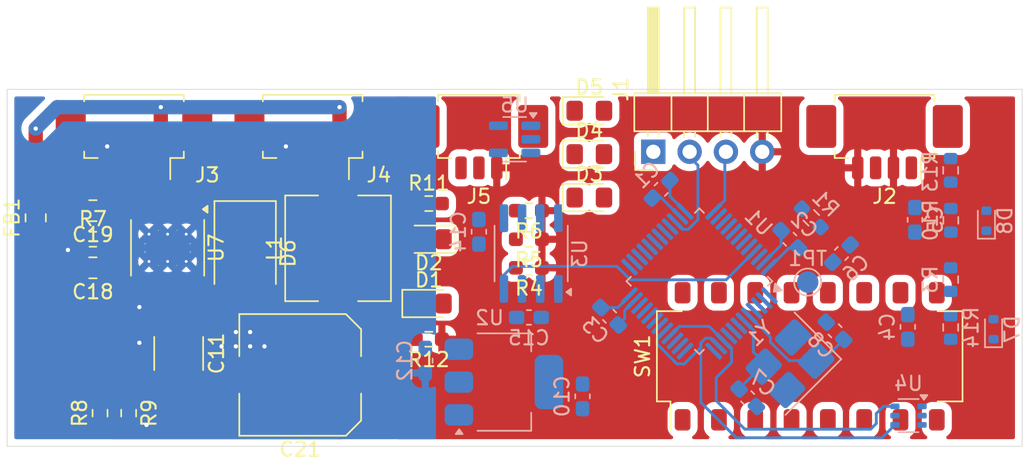
<source format=kicad_pcb>
(kicad_pcb
	(version 20241229)
	(generator "pcbnew")
	(generator_version "9.0")
	(general
		(thickness 1.6)
		(legacy_teardrops no)
	)
	(paper "A4")
	(layers
		(0 "F.Cu" signal)
		(2 "B.Cu" signal)
		(9 "F.Adhes" user "F.Adhesive")
		(11 "B.Adhes" user "B.Adhesive")
		(13 "F.Paste" user)
		(15 "B.Paste" user)
		(5 "F.SilkS" user "F.Silkscreen")
		(7 "B.SilkS" user "B.Silkscreen")
		(1 "F.Mask" user)
		(3 "B.Mask" user)
		(17 "Dwgs.User" user "User.Drawings")
		(19 "Cmts.User" user "User.Comments")
		(21 "Eco1.User" user "User.Eco1")
		(23 "Eco2.User" user "User.Eco2")
		(25 "Edge.Cuts" user)
		(27 "Margin" user)
		(31 "F.CrtYd" user "F.Courtyard")
		(29 "B.CrtYd" user "B.Courtyard")
		(35 "F.Fab" user)
		(33 "B.Fab" user)
		(39 "User.1" user)
		(41 "User.2" user)
		(43 "User.3" user)
		(45 "User.4" user)
	)
	(setup
		(pad_to_mask_clearance 0)
		(allow_soldermask_bridges_in_footprints no)
		(tenting front back)
		(pcbplotparams
			(layerselection 0x00000000_00000000_55555555_5755f5ff)
			(plot_on_all_layers_selection 0x00000000_00000000_00000000_00000000)
			(disableapertmacros no)
			(usegerberextensions no)
			(usegerberattributes yes)
			(usegerberadvancedattributes yes)
			(creategerberjobfile yes)
			(dashed_line_dash_ratio 12.000000)
			(dashed_line_gap_ratio 3.000000)
			(svgprecision 4)
			(plotframeref no)
			(mode 1)
			(useauxorigin no)
			(hpglpennumber 1)
			(hpglpenspeed 20)
			(hpglpendiameter 15.000000)
			(pdf_front_fp_property_popups yes)
			(pdf_back_fp_property_popups yes)
			(pdf_metadata yes)
			(pdf_single_document no)
			(dxfpolygonmode yes)
			(dxfimperialunits yes)
			(dxfusepcbnewfont yes)
			(psnegative no)
			(psa4output no)
			(plot_black_and_white yes)
			(sketchpadsonfab no)
			(plotpadnumbers no)
			(hidednponfab no)
			(sketchdnponfab yes)
			(crossoutdnponfab yes)
			(subtractmaskfromsilk no)
			(outputformat 1)
			(mirror no)
			(drillshape 1)
			(scaleselection 1)
			(outputdirectory "")
		)
	)
	(net 0 "")
	(net 1 "GND")
	(net 2 "+3.3V")
	(net 3 "/NRST")
	(net 4 "/OSC_OUT")
	(net 5 "/OSC_IN")
	(net 6 "Net-(U2-VI)")
	(net 7 "V_IN")
	(net 8 "+5V")
	(net 9 "Net-(U7-COMP)")
	(net 10 "Net-(C19-Pad2)")
	(net 11 "/STATUS_LED1")
	(net 12 "/STATUS_LED1_K")
	(net 13 "/STATUS_LED2")
	(net 14 "/STATUS_LED2_K")
	(net 15 "/STATUS_LED3")
	(net 16 "/STATUS_LED3_K")
	(net 17 "/Reg3.3Sw")
	(net 18 "/SWDIO")
	(net 19 "/SWCLK")
	(net 20 "Net-(U3-VDD)")
	(net 21 "unconnected-(U1-PB10-Pad21)")
	(net 22 "/CAN+")
	(net 23 "/CAN-")
	(net 24 "Net-(J5-Pin_2)")
	(net 25 "/BOOT0")
	(net 26 "Net-(U7-FB)")
	(net 27 "/CFG6")
	(net 28 "/CFG2")
	(net 29 "/CFG7")
	(net 30 "/CFG1")
	(net 31 "/CFG5")
	(net 32 "/CFG4")
	(net 33 "/CFG3")
	(net 34 "/CFG0")
	(net 35 "/BUTTON_CONTACT_2")
	(net 36 "unconnected-(U1-PB13-Pad26)")
	(net 37 "/LED_DATA")
	(net 38 "/BUTTON_CONTACT_1")
	(net 39 "unconnected-(U1-PA4-Pad14)")
	(net 40 "unconnected-(U1-PA15-Pad38)")
	(net 41 "unconnected-(U1-PA2-Pad12)")
	(net 42 "unconnected-(U1-PB12-Pad25)")
	(net 43 "unconnected-(U1-PB14-Pad27)")
	(net 44 "unconnected-(U1-PA11-Pad32)")
	(net 45 "/CAN_TX")
	(net 46 "unconnected-(U1-PA12-Pad33)")
	(net 47 "unconnected-(U1-PA9-Pad30)")
	(net 48 "unconnected-(U1-PA3-Pad13)")
	(net 49 "unconnected-(U1-PB11-Pad22)")
	(net 50 "unconnected-(U1-PB15-Pad28)")
	(net 51 "unconnected-(U1-PA10-Pad31)")
	(net 52 "unconnected-(U1-PA5-Pad15)")
	(net 53 "/CAN_RX")
	(net 54 "unconnected-(U5-NC-Pad1)")
	(net 55 "unconnected-(U7-VREF-Pad6)")
	(net 56 "unconnected-(U7-SYNC-Pad2)")
	(net 57 "/PWR_LED_3.3_K")
	(net 58 "/PWR_LED_5_K")
	(net 59 "/V_BUS")
	(net 60 "Net-(D7-K)")
	(net 61 "Net-(D8-A)")
	(net 62 "Net-(D8-K)")
	(net 63 "Net-(D7-A)")
	(footprint "Resistor_SMD:R_0603_1608Metric_Pad0.98x0.95mm_HandSolder" (layer "F.Cu") (at 61.5 35.5 180))
	(footprint "Capacitor_SMD:C_1812_4532Metric_Pad1.57x3.40mm_HandSolder" (layer "F.Cu") (at 36.999999 43.499999 -90))
	(footprint "Connector_Molex:Molex_PicoBlade_53261-0471_1x04-1MP_P1.25mm_Horizontal" (layer "F.Cu") (at 86.375 28.1 180))
	(footprint "LED_SMD:LED_0805_2012Metric_Pad1.15x1.40mm_HandSolder" (layer "F.Cu") (at 54.5 40))
	(footprint "Resistor_SMD:R_0603_1608Metric" (layer "F.Cu") (at 33.5 47.675 -90))
	(footprint "Resistor_SMD:R_0603_1608Metric" (layer "F.Cu") (at 31.5 47.675 90))
	(footprint "LED_SMD:LED_0805_2012Metric_Pad1.15x1.40mm_HandSolder" (layer "F.Cu") (at 65.725001 26.5))
	(footprint "Capacitor_SMD:C_0805_2012Metric_Pad1.18x1.45mm_HandSolder" (layer "F.Cu") (at 31 37.5 180))
	(footprint "Diode_SMD:D_SMB" (layer "F.Cu") (at 41.649999 36.484997 -90))
	(footprint "Package_SO:HSOP-8-1EP_3.9x4.9mm_P1.27mm_EP2.41x3.1mm_ThermalVias" (layer "F.Cu") (at 36.224999 36.099999 -90))
	(footprint "Resistor_SMD:R_0603_1608Metric_Pad0.98x0.95mm_HandSolder" (layer "F.Cu") (at 61.5 37.5 180))
	(footprint "LED_SMD:LED_0805_2012Metric_Pad1.15x1.40mm_HandSolder" (layer "F.Cu") (at 65.725002 29.540001))
	(footprint "Connector_Molex:Molex_PicoBlade_53261-0471_1x04-1MP_P1.25mm_Horizontal" (layer "F.Cu") (at 33.875 28.1 180))
	(footprint "Connector_Molex:Molex_PicoBlade_53261-0371_1x03-1MP_P1.25mm_Horizontal" (layer "F.Cu") (at 58 28.1 180))
	(footprint "Resistor_SMD:R_0603_1608Metric_Pad0.98x0.95mm_HandSolder" (layer "F.Cu") (at 61.5 33.5 180))
	(footprint "Inductor_SMD:L_7.3x7.3_H3.5" (layer "F.Cu") (at 48.15 36.134998 90))
	(footprint "Connector_PinHeader_2.54mm:PinHeader_1x04_P2.54mm_Horizontal" (layer "F.Cu") (at 70.2 29.375 90))
	(footprint "Resistor_SMD:R_0603_1608Metric_Pad0.98x0.95mm_HandSolder" (layer "F.Cu") (at 54.5 33))
	(footprint "Resistor_SMD:R_0603_1608Metric" (layer "F.Cu") (at 31 35.5))
	(footprint "Connector_Molex:Molex_PicoBlade_53261-0471_1x04-1MP_P1.25mm_Horizontal" (layer "F.Cu") (at 46.375 28.1 180))
	(footprint "Capacitor_SMD:C_Elec_8x10.2" (layer "F.Cu") (at 45.5 45 180))
	(footprint "Button_Switch_SMD:SW_DIP_SPSTx08_Slide_Omron_A6S-810x_W8.9mm_P2.54mm" (layer "F.Cu") (at 81.14 43.695 90))
	(footprint "Inductor_SMD:L_0805_2012Metric_Pad1.15x1.40mm_HandSolder" (layer "F.Cu") (at 27 34 90))
	(footprint "Capacitor_SMD:C_0805_2012Metric_Pad1.18x1.45mm_HandSolder" (layer "F.Cu") (at 31 33.5 180))
	(footprint "Resistor_SMD:R_0603_1608Metric_Pad0.98x0.95mm_HandSolder" (layer "F.Cu") (at 54.5 42.5 180))
	(footprint "LED_SMD:LED_0805_2012Metric_Pad1.15x1.40mm_HandSolder" (layer "F.Cu") (at 65.725002 32.58))
	(footprint "LED_SMD:LED_0805_2012Metric_Pad1.15x1.40mm_HandSolder" (layer "F.Cu") (at 54.5 35.5 180))
	(footprint "Resistor_SMD:R_0603_1608Metric" (layer "B.Cu") (at 91 38.325 -90))
	(footprint "Resistor_SMD:R_0603_1608Metric" (layer "B.Cu") (at 91 41.675 90))
	(footprint "Capacitor_SMD:C_0603_1608Metric_Pad1.08x0.95mm_HandSolder" (layer "B.Cu") (at 88.5 34.1375 90))
	(footprint "Capacitor_SMD:C_0603_1608Metric_Pad1.08x0.95mm_HandSolder" (layer "B.Cu") (at 83.3625 36.5 45))
	(footprint "Capacitor_SMD:C_0603_1608Metric_Pad1.08x0.95mm_HandSolder" (layer "B.Cu") (at 82.911522 41.912132 -45))
	(footprint "Capacitor_SMD:C_0603_1608Metric_Pad1.08x0.95mm_HandSolder" (layer "B.Cu") (at 58 34.975 -90))
	(footprint "Resistor_SMD:R_0603_1608Metric" (layer "B.Cu") (at 91 30.675 -90))
	(footprint "Diode_SMD:D_SOD-523"
		(layer "B.Cu")
		(uuid "38257f32-0173-4799-8e89-f4eec13c981f")
		(at 94 41.8 90)
		(descr "http://www.diodes.com/datasheets/ap02001.pdf p.144")
		(tags "Diode SOD523")
		(property "Reference" "D7"
			(at 0 1.3 90)
			(layer "B.SilkS")
			(uuid "cacee014-abb4-4474-a504-63ad88ad1b30")
			(effects
				(font
					(size 1 1)
					(thickness 0.15)
				)
				(justify mirror)
			)
		)
		(property "Value" "D"
			(at 0 -1.4 90)
			(layer "B.Fab")
			(uuid "e7d87df3-ba04-42b2-9cc9-c307c2032c09")
			(effects
				(font
					(size 1 1)
					(thickness 0.15)
				)
				(justify mirror)
			)
		)
		(property "Datasheet" ""
			(at 0 0 270)
			(unlocked yes)
			(layer "B.Fab")
			(hide yes)
			(uuid "7e0c2924-d41e-402d-a774-bf7de9e81357")
			(effects
				(font
					(size 1.27 1.27)
					(thickness 0.15)
				)
				(justify mirror)
			)
		)
		(property "Description" "Diode"
			(at 0 0 270)
			(unlocked yes)
			(layer "B.Fab")
			(hide yes)
			(uuid "83371f26-f683-474f-b59e-a62d35b24508")
			(effects
				(font
					(size 1.27 1.27)
					(thickness 0.15)
				)
				(justify mirror)
			)
		)
		(property "Sim.Device" "D"
			(at 0 0 270)
			(unlocked yes)
			(layer "B.Fab")
			(hide yes)
			(uuid "6aaf507e-eeb7-4021-a023-ef091d76b1fc")
			(effects
				(font
					(size 1 1)
					(thickness 0.15)
				)
				(justify mirror)
			)
		)
		(property "Sim.Pins" "1=K 2=A"
			(at 0 0 270)
			(unlocked yes)
			(layer "B.Fab")
			(hide yes)
			(uuid "7446b67f-0a42-458a-859e-2700e67ba58b")
			(effects
				(font
					(size 1 1)
					(thickness 0.15)
				)
				(justify mirror)
			)
		)
		(property ki_fp_filters "TO-???* *_Diode_* *SingleDiode* D_*")
		(path "/1050bb01-d078-48be-bdd1-ba8ca40867f3")
		(sheetname "/")
		(sheetfile "buzzer_pcb.kicad_sch")
		(attr smd)
		(fp_line
			(start 0.7 -0.6)
			(end -1.26 -0.6)
			(stroke
				(width 0.12)
				(type solid)
			)
			(layer "B.SilkS")
			(uuid "5c7ce1ed-bec0-4f12-9258-4ffdbe0d590d")
		)
		(fp_line
			(start 0.7 0.6)
			(end -1.26 0.6)
			(stroke
				(width 0.12)
				(type solid)
			)
			(layer "B.SilkS")
			(uuid "f54cb172-048c-4c8f-ac47-977fd8cbdc64")
		)
		(fp_line
			(start -1.26 0.6)
			(end -1.26 -0.6)
			(stroke
				(width 0.12)
				(type solid)
			)
			(layer "B.SilkS")
			(uuid "ff99a3d7-8b67-4359-bc85-0f8c80d912f6")
		)
		(fp_line
			(start 1.25 -0.7)
			(end -1.25 -0.7)
			(stroke
				(width 0.05)
				(type solid)
			)
			(layer "B.CrtYd")
			(uuid "df2f5f58-21b1-4dfd-98a0-4fd40d70fa7d")
		)
		(fp_line
			(start -1.25 -0.7)
			(end -1.25 0.7)
			(stroke
				(width 0.05)
				(type solid)
			)
			(layer "B.CrtYd")
			(uuid "b865f2de-7948-45bb-95b5-0d2e014131dc")
		)
		(fp_line
			(start 1.25 0.7)
			(end 1.25 -0.7)
			(stroke
				(width 0.05)
				(type solid)
			)
			(layer "B.CrtYd")
			(uuid "dc2526dd-e958-4109-ad1a-1eaa4761161f")
		)
		(fp_line
			(start -1.25 0.7)
			(end 1.25 0.7)
			(stroke
				(width 0.05)
				(type solid)
			)
			(layer "B.CrtYd")
			(uuid "00ad606e-eb2c-42b6-a7b8-0d266439bb73")
		)
		(fp_line
			(start 0.65 -0.45)
			(end -0.65 -0.45)
			(stroke
				(width 0.1)
				(type solid)
			)
			(layer "B.Fab")
			(uuid "5f517c59-e1a3-4076-af8c-3c57c2286da3")
		)
		(fp_line
			(start -0.65 -0.45)
			(end -0.65 0.45)
			(stroke
				(width 0.1)
				(type solid)
			)
			(layer "B.Fab")
			(uuid "1779408e-2a2c-4e42-a150-5de9abae2ce3")
		)
		(fp_line
			(start 0.1 -0.2)
			(end 0.1 0.2)
			(stroke
				(width 0.1)
				(type solid)
			)
			(layer "B.Fab")
			(uuid "0a2327ac-1305-427b-975c-fcaeb9512d30")
		)
		(fp_line
			(start -0.2 -0.2)
			(end -0.2 0.2)
			(stroke
				(width 0.1)
				(type solid)
			)
			(layer "B.Fab")
			(uuid "836cc810-d19d-4c1a-b5cd-631ffd7237ea")
		)
		(fp_line
			(start 0.1 0)
			(end 0.25 0)
			(stroke
				(width 0.1)
				(type solid)
			)
			(layer "B.Fab")
			(uuid "eb886c28-1a78-42d8-99bc-26a123c985c7")
		)
		(fp_line
			(start -0.2 0)
			(end 0.1 -0.2)
			(stroke
				(width 0.1)
				(type solid)
			)
			(layer "B.Fab")
			(uuid "b941c92e-c60c-47f6-bd19-6eb9257b15ca")
		)
		(fp_line
			(start -0.2 0)
			(end -0.35 0)
			(stroke
				(width 0.1)
				(type solid)
			)
			(layer "B.Fab")
			(uuid "743922d0-2096-4ddd-b794-a0794a368690")
		)
		(fp_line
			(start 0.1 0.2)
			(end -0.2 0)
			(stroke
				(width 0.1)
				(type solid)
			)
			(layer "B.Fab")
			(uuid "20b8f107-9b86-4f8b-92aa-4f1d5526fb66")
		)
		(fp_line
			(start 0.65 0.45)
			(end 0.65 -0.45)
			(stroke
				(width 0.1)
				(type solid)
			)
			(layer "B.Fab")
			(uuid "849dd644-ee0d-4810-b435-31e630c95b5e")
		)
		(fp_line
			(start -0.65 0.45)
			(end 0.65 0.45)
		
... [197307 chars truncated]
</source>
